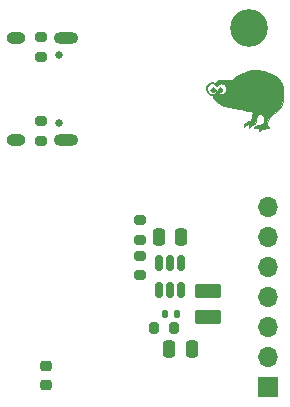
<source format=gbr>
%TF.GenerationSoftware,KiCad,Pcbnew,8.0.7*%
%TF.CreationDate,2024-12-28T12:59:27+01:00*%
%TF.ProjectId,scd30_esp,73636433-305f-4657-9370-2e6b69636164,rev?*%
%TF.SameCoordinates,Original*%
%TF.FileFunction,Soldermask,Top*%
%TF.FilePolarity,Negative*%
%FSLAX46Y46*%
G04 Gerber Fmt 4.6, Leading zero omitted, Abs format (unit mm)*
G04 Created by KiCad (PCBNEW 8.0.7) date 2024-12-28 12:59:27*
%MOMM*%
%LPD*%
G01*
G04 APERTURE LIST*
G04 Aperture macros list*
%AMRoundRect*
0 Rectangle with rounded corners*
0 $1 Rounding radius*
0 $2 $3 $4 $5 $6 $7 $8 $9 X,Y pos of 4 corners*
0 Add a 4 corners polygon primitive as box body*
4,1,4,$2,$3,$4,$5,$6,$7,$8,$9,$2,$3,0*
0 Add four circle primitives for the rounded corners*
1,1,$1+$1,$2,$3*
1,1,$1+$1,$4,$5*
1,1,$1+$1,$6,$7*
1,1,$1+$1,$8,$9*
0 Add four rect primitives between the rounded corners*
20,1,$1+$1,$2,$3,$4,$5,0*
20,1,$1+$1,$4,$5,$6,$7,0*
20,1,$1+$1,$6,$7,$8,$9,0*
20,1,$1+$1,$8,$9,$2,$3,0*%
G04 Aperture macros list end*
%ADD10C,0.010000*%
%ADD11RoundRect,0.150000X0.150000X-0.512500X0.150000X0.512500X-0.150000X0.512500X-0.150000X-0.512500X0*%
%ADD12RoundRect,0.200000X-0.275000X0.200000X-0.275000X-0.200000X0.275000X-0.200000X0.275000X0.200000X0*%
%ADD13RoundRect,0.200000X0.275000X-0.200000X0.275000X0.200000X-0.275000X0.200000X-0.275000X-0.200000X0*%
%ADD14RoundRect,0.200000X0.200000X0.275000X-0.200000X0.275000X-0.200000X-0.275000X0.200000X-0.275000X0*%
%ADD15RoundRect,0.250000X-0.850000X0.375000X-0.850000X-0.375000X0.850000X-0.375000X0.850000X0.375000X0*%
%ADD16O,1.600000X1.000000*%
%ADD17O,2.100000X1.000000*%
%ADD18C,0.650000*%
%ADD19RoundRect,0.225000X-0.250000X0.225000X-0.250000X-0.225000X0.250000X-0.225000X0.250000X0.225000X0*%
%ADD20RoundRect,0.250000X0.250000X0.475000X-0.250000X0.475000X-0.250000X-0.475000X0.250000X-0.475000X0*%
%ADD21RoundRect,0.140000X0.140000X0.170000X-0.140000X0.170000X-0.140000X-0.170000X0.140000X-0.170000X0*%
%ADD22O,1.700000X1.700000*%
%ADD23R,1.700000X1.700000*%
%ADD24C,3.200000*%
G04 APERTURE END LIST*
D10*
%TO.C,G\u002A\u002A\u002A*%
X76055146Y-44638184D02*
X76130459Y-44734808D01*
X76138504Y-44760769D01*
X76135474Y-44890367D01*
X76069780Y-44977620D01*
X75966592Y-45008764D01*
X75851076Y-44970034D01*
X75813480Y-44938520D01*
X75747517Y-44834476D01*
X75770749Y-44733922D01*
X75829963Y-44667722D01*
X75945213Y-44612877D01*
X76055146Y-44638184D01*
G36*
X76055146Y-44638184D02*
G01*
X76130459Y-44734808D01*
X76138504Y-44760769D01*
X76135474Y-44890367D01*
X76069780Y-44977620D01*
X75966592Y-45008764D01*
X75851076Y-44970034D01*
X75813480Y-44938520D01*
X75747517Y-44834476D01*
X75770749Y-44733922D01*
X75829963Y-44667722D01*
X75945213Y-44612877D01*
X76055146Y-44638184D01*
G37*
X75437730Y-44631303D02*
X75520345Y-44712655D01*
X75556182Y-44799414D01*
X75521099Y-44877681D01*
X75441403Y-44959657D01*
X75355425Y-45008412D01*
X75336480Y-45011091D01*
X75265722Y-44981297D01*
X75213117Y-44938520D01*
X75154233Y-44853484D01*
X75140545Y-44803273D01*
X75177296Y-44712276D01*
X75260912Y-44629707D01*
X75348364Y-44595455D01*
X75437730Y-44631303D01*
G36*
X75437730Y-44631303D02*
G01*
X75520345Y-44712655D01*
X75556182Y-44799414D01*
X75521099Y-44877681D01*
X75441403Y-44959657D01*
X75355425Y-45008412D01*
X75336480Y-45011091D01*
X75265722Y-44981297D01*
X75213117Y-44938520D01*
X75154233Y-44853484D01*
X75140545Y-44803273D01*
X75177296Y-44712276D01*
X75260912Y-44629707D01*
X75348364Y-44595455D01*
X75437730Y-44631303D01*
G37*
X79593011Y-43241496D02*
X79653914Y-43255591D01*
X80123743Y-43401845D01*
X80519765Y-43597000D01*
X80839849Y-43839588D01*
X81081868Y-44128144D01*
X81182000Y-44308188D01*
X81234476Y-44427484D01*
X81269611Y-44535099D01*
X81290798Y-44654241D01*
X81301430Y-44808117D01*
X81304901Y-45019935D01*
X81305018Y-45149636D01*
X81295546Y-45499798D01*
X81261889Y-45785411D01*
X81194574Y-46025319D01*
X81084124Y-46238362D01*
X80921066Y-46443382D01*
X80695924Y-46659220D01*
X80437971Y-46873827D01*
X80193218Y-47108631D01*
X80035888Y-47353870D01*
X79961082Y-47617257D01*
X79959986Y-47626155D01*
X79950359Y-47779249D01*
X79970189Y-47870909D01*
X80007480Y-47916191D01*
X80074725Y-47993515D01*
X80054479Y-48041244D01*
X79946751Y-48059362D01*
X79931909Y-48059542D01*
X79805602Y-48079554D01*
X79642100Y-48130471D01*
X79534778Y-48174997D01*
X79401112Y-48236347D01*
X79306616Y-48278069D01*
X79275637Y-48290000D01*
X79274266Y-48250950D01*
X79286973Y-48167394D01*
X79310411Y-48044787D01*
X79049660Y-48075433D01*
X78884696Y-48084265D01*
X78801513Y-48065498D01*
X78795554Y-48024356D01*
X78862266Y-47966061D01*
X78997093Y-47895838D01*
X79195480Y-47818911D01*
X79304206Y-47783520D01*
X79461798Y-47726131D01*
X79581726Y-47666229D01*
X79638291Y-47616678D01*
X79638475Y-47616213D01*
X79654892Y-47528932D01*
X79664914Y-47389865D01*
X79666364Y-47312852D01*
X79656445Y-47156649D01*
X79615838Y-47048210D01*
X79528263Y-46944068D01*
X79528260Y-46944065D01*
X79383608Y-46841849D01*
X79249010Y-46825401D01*
X79131656Y-46888172D01*
X79038734Y-47023611D01*
X78977434Y-47225167D01*
X78955102Y-47466332D01*
X78951441Y-47735818D01*
X78796340Y-47735818D01*
X78655226Y-47763617D01*
X78526828Y-47858903D01*
X78507256Y-47879248D01*
X78373273Y-48022677D01*
X78373273Y-47876136D01*
X78365574Y-47777350D01*
X78329400Y-47748784D01*
X78269364Y-47761105D01*
X78157568Y-47816166D01*
X78061545Y-47887722D01*
X77989378Y-47947855D01*
X77961597Y-47945019D01*
X77957636Y-47902469D01*
X78000580Y-47727077D01*
X78126097Y-47586011D01*
X78329219Y-47484149D01*
X78407148Y-47461299D01*
X78503262Y-47434124D01*
X78567748Y-47398918D01*
X78610570Y-47337265D01*
X78641692Y-47230752D01*
X78671079Y-47060963D01*
X78689208Y-46940033D01*
X78707957Y-46787162D01*
X78704758Y-46702143D01*
X78676911Y-46662491D01*
X78654784Y-46653206D01*
X78588141Y-46638502D01*
X78445742Y-46610539D01*
X78242776Y-46572182D01*
X77994432Y-46526296D01*
X77715900Y-46475747D01*
X77678229Y-46468976D01*
X77158651Y-46369709D01*
X76723179Y-46272470D01*
X76363699Y-46174140D01*
X76072097Y-46071599D01*
X75840259Y-45961731D01*
X75660070Y-45841417D01*
X75523418Y-45707537D01*
X75456118Y-45614965D01*
X75381167Y-45481654D01*
X75333826Y-45368365D01*
X75325273Y-45325322D01*
X75297463Y-45262213D01*
X75202013Y-45242090D01*
X75191511Y-45242000D01*
X75042904Y-45199485D01*
X74911997Y-45086604D01*
X74816002Y-44925353D01*
X74787479Y-44803375D01*
X74837225Y-44803375D01*
X74898216Y-44965547D01*
X75004348Y-45091435D01*
X75139359Y-45169120D01*
X75286986Y-45186681D01*
X75430968Y-45132198D01*
X75482186Y-45089285D01*
X75566546Y-44994044D01*
X75618632Y-44916103D01*
X75648683Y-44872547D01*
X75678459Y-44916103D01*
X75775426Y-45052420D01*
X75912760Y-45154253D01*
X76055275Y-45195774D01*
X76059507Y-45195818D01*
X76226215Y-45156865D01*
X76352713Y-45053860D01*
X76435319Y-44907587D01*
X76470350Y-44738829D01*
X76454120Y-44568371D01*
X76382948Y-44416994D01*
X76253148Y-44305483D01*
X76220071Y-44289895D01*
X76044843Y-44254103D01*
X75887179Y-44304954D01*
X75740707Y-44441915D01*
X75663154Y-44519664D01*
X75618901Y-44522102D01*
X75615545Y-44515254D01*
X75520198Y-44369827D01*
X75371987Y-44267867D01*
X75299042Y-44245138D01*
X75148508Y-44258976D01*
X75004124Y-44343086D01*
X74890899Y-44477321D01*
X74837637Y-44616840D01*
X74837225Y-44803375D01*
X74787479Y-44803375D01*
X74772128Y-44737729D01*
X74771091Y-44704684D01*
X74782918Y-44556818D01*
X74831759Y-44446687D01*
X74928109Y-44336836D01*
X75059185Y-44228466D01*
X75184441Y-44183887D01*
X75248656Y-44179818D01*
X75366061Y-44192733D01*
X75438756Y-44224367D01*
X75443068Y-44229787D01*
X75494860Y-44237523D01*
X75587306Y-44171514D01*
X75595884Y-44163452D01*
X75705600Y-44073816D01*
X75827081Y-44012351D01*
X75980088Y-43974250D01*
X76184383Y-43954709D01*
X76459728Y-43948924D01*
X76478249Y-43948909D01*
X76978666Y-43948909D01*
X77248788Y-43746889D01*
X77686564Y-43467081D01*
X78133490Y-43277942D01*
X78595951Y-43178168D01*
X79080329Y-43166453D01*
X79593011Y-43241496D01*
G36*
X79593011Y-43241496D02*
G01*
X79653914Y-43255591D01*
X80123743Y-43401845D01*
X80519765Y-43597000D01*
X80839849Y-43839588D01*
X81081868Y-44128144D01*
X81182000Y-44308188D01*
X81234476Y-44427484D01*
X81269611Y-44535099D01*
X81290798Y-44654241D01*
X81301430Y-44808117D01*
X81304901Y-45019935D01*
X81305018Y-45149636D01*
X81295546Y-45499798D01*
X81261889Y-45785411D01*
X81194574Y-46025319D01*
X81084124Y-46238362D01*
X80921066Y-46443382D01*
X80695924Y-46659220D01*
X80437971Y-46873827D01*
X80193218Y-47108631D01*
X80035888Y-47353870D01*
X79961082Y-47617257D01*
X79959986Y-47626155D01*
X79950359Y-47779249D01*
X79970189Y-47870909D01*
X80007480Y-47916191D01*
X80074725Y-47993515D01*
X80054479Y-48041244D01*
X79946751Y-48059362D01*
X79931909Y-48059542D01*
X79805602Y-48079554D01*
X79642100Y-48130471D01*
X79534778Y-48174997D01*
X79401112Y-48236347D01*
X79306616Y-48278069D01*
X79275637Y-48290000D01*
X79274266Y-48250950D01*
X79286973Y-48167394D01*
X79310411Y-48044787D01*
X79049660Y-48075433D01*
X78884696Y-48084265D01*
X78801513Y-48065498D01*
X78795554Y-48024356D01*
X78862266Y-47966061D01*
X78997093Y-47895838D01*
X79195480Y-47818911D01*
X79304206Y-47783520D01*
X79461798Y-47726131D01*
X79581726Y-47666229D01*
X79638291Y-47616678D01*
X79638475Y-47616213D01*
X79654892Y-47528932D01*
X79664914Y-47389865D01*
X79666364Y-47312852D01*
X79656445Y-47156649D01*
X79615838Y-47048210D01*
X79528263Y-46944068D01*
X79528260Y-46944065D01*
X79383608Y-46841849D01*
X79249010Y-46825401D01*
X79131656Y-46888172D01*
X79038734Y-47023611D01*
X78977434Y-47225167D01*
X78955102Y-47466332D01*
X78951441Y-47735818D01*
X78796340Y-47735818D01*
X78655226Y-47763617D01*
X78526828Y-47858903D01*
X78507256Y-47879248D01*
X78373273Y-48022677D01*
X78373273Y-47876136D01*
X78365574Y-47777350D01*
X78329400Y-47748784D01*
X78269364Y-47761105D01*
X78157568Y-47816166D01*
X78061545Y-47887722D01*
X77989378Y-47947855D01*
X77961597Y-47945019D01*
X77957636Y-47902469D01*
X78000580Y-47727077D01*
X78126097Y-47586011D01*
X78329219Y-47484149D01*
X78407148Y-47461299D01*
X78503262Y-47434124D01*
X78567748Y-47398918D01*
X78610570Y-47337265D01*
X78641692Y-47230752D01*
X78671079Y-47060963D01*
X78689208Y-46940033D01*
X78707957Y-46787162D01*
X78704758Y-46702143D01*
X78676911Y-46662491D01*
X78654784Y-46653206D01*
X78588141Y-46638502D01*
X78445742Y-46610539D01*
X78242776Y-46572182D01*
X77994432Y-46526296D01*
X77715900Y-46475747D01*
X77678229Y-46468976D01*
X77158651Y-46369709D01*
X76723179Y-46272470D01*
X76363699Y-46174140D01*
X76072097Y-46071599D01*
X75840259Y-45961731D01*
X75660070Y-45841417D01*
X75523418Y-45707537D01*
X75456118Y-45614965D01*
X75381167Y-45481654D01*
X75333826Y-45368365D01*
X75325273Y-45325322D01*
X75297463Y-45262213D01*
X75202013Y-45242090D01*
X75191511Y-45242000D01*
X75042904Y-45199485D01*
X74911997Y-45086604D01*
X74816002Y-44925353D01*
X74787479Y-44803375D01*
X74837225Y-44803375D01*
X74898216Y-44965547D01*
X75004348Y-45091435D01*
X75139359Y-45169120D01*
X75286986Y-45186681D01*
X75430968Y-45132198D01*
X75482186Y-45089285D01*
X75566546Y-44994044D01*
X75618632Y-44916103D01*
X75648683Y-44872547D01*
X75678459Y-44916103D01*
X75775426Y-45052420D01*
X75912760Y-45154253D01*
X76055275Y-45195774D01*
X76059507Y-45195818D01*
X76226215Y-45156865D01*
X76352713Y-45053860D01*
X76435319Y-44907587D01*
X76470350Y-44738829D01*
X76454120Y-44568371D01*
X76382948Y-44416994D01*
X76253148Y-44305483D01*
X76220071Y-44289895D01*
X76044843Y-44254103D01*
X75887179Y-44304954D01*
X75740707Y-44441915D01*
X75663154Y-44519664D01*
X75618901Y-44522102D01*
X75615545Y-44515254D01*
X75520198Y-44369827D01*
X75371987Y-44267867D01*
X75299042Y-44245138D01*
X75148508Y-44258976D01*
X75004124Y-44343086D01*
X74890899Y-44477321D01*
X74837637Y-44616840D01*
X74837225Y-44803375D01*
X74787479Y-44803375D01*
X74772128Y-44737729D01*
X74771091Y-44704684D01*
X74782918Y-44556818D01*
X74831759Y-44446687D01*
X74928109Y-44336836D01*
X75059185Y-44228466D01*
X75184441Y-44183887D01*
X75248656Y-44179818D01*
X75366061Y-44192733D01*
X75438756Y-44224367D01*
X75443068Y-44229787D01*
X75494860Y-44237523D01*
X75587306Y-44171514D01*
X75595884Y-44163452D01*
X75705600Y-44073816D01*
X75827081Y-44012351D01*
X75980088Y-43974250D01*
X76184383Y-43954709D01*
X76459728Y-43948924D01*
X76478249Y-43948909D01*
X76978666Y-43948909D01*
X77248788Y-43746889D01*
X77686564Y-43467081D01*
X78133490Y-43277942D01*
X78595951Y-43178168D01*
X79080329Y-43166453D01*
X79593011Y-43241496D01*
G37*
%TD*%
D11*
%TO.C,U1*%
X70760000Y-59502500D03*
X71710000Y-59502500D03*
X72660000Y-59502500D03*
X72660000Y-61777500D03*
X71710000Y-61777500D03*
X70760000Y-61777500D03*
%TD*%
D12*
%TO.C,R5*%
X60800000Y-47475000D03*
X60800000Y-49125000D03*
%TD*%
D13*
%TO.C,R4*%
X60800000Y-42025000D03*
X60800000Y-40375000D03*
%TD*%
%TO.C,R3*%
X69200000Y-55875000D03*
X69200000Y-57525000D03*
%TD*%
%TO.C,R2*%
X69200000Y-58875000D03*
X69200000Y-60525000D03*
%TD*%
D14*
%TO.C,R1*%
X70375000Y-65000000D03*
X72025000Y-65000000D03*
%TD*%
D15*
%TO.C,L1*%
X74910000Y-64015000D03*
X74910000Y-61865000D03*
%TD*%
D16*
%TO.C,J2*%
X58705000Y-40430000D03*
D17*
X62885000Y-40430000D03*
X62885000Y-49070000D03*
D16*
X58705000Y-49070000D03*
D18*
X62355000Y-47640000D03*
X62355000Y-41860000D03*
%TD*%
D19*
%TO.C,C5*%
X61200000Y-68225000D03*
X61200000Y-69775000D03*
%TD*%
D20*
%TO.C,C3*%
X70760000Y-57240000D03*
X72660000Y-57240000D03*
%TD*%
%TO.C,C2*%
X73560000Y-66800000D03*
X71660000Y-66800000D03*
%TD*%
D21*
%TO.C,C1*%
X72280000Y-63800000D03*
X71320000Y-63800000D03*
%TD*%
D22*
%TO.C,J1*%
X80000000Y-54760000D03*
X80000000Y-57300000D03*
X80000000Y-59840000D03*
X80000000Y-62380000D03*
X80000000Y-64920000D03*
X80000000Y-67460000D03*
D23*
X80000000Y-70000000D03*
%TD*%
D24*
%TO.C,REF\u002A\u002A*%
X78400000Y-39600000D03*
%TD*%
M02*

</source>
